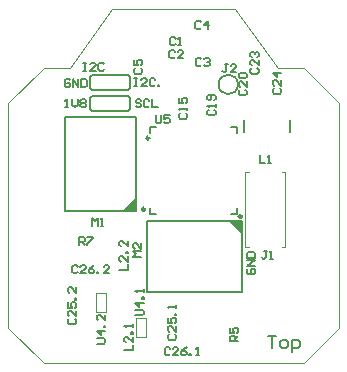
<source format=gto>
G04*
G04 #@! TF.GenerationSoftware,Altium Limited,Altium NEXUS,2.0.14 (187)*
G04*
G04 Layer_Color=65535*
%FSLAX25Y25*%
%MOIN*%
G70*
G01*
G75*
%ADD10C,0.00984*%
%ADD11C,0.00591*%
%ADD12C,0.00394*%
%ADD13C,0.00787*%
%ADD14C,0.00000*%
G36*
X38583Y38878D02*
X42520Y42815D01*
Y38878D01*
X38583D01*
D02*
G37*
G36*
X77756Y31496D02*
X73819Y35433D01*
X77756D01*
Y31496D01*
D02*
G37*
D10*
X47028Y63189D02*
G03*
X47028Y63189I-492J0D01*
G01*
X77862Y37082D02*
G03*
X77862Y37082I-492J0D01*
G01*
X45571Y39469D02*
G03*
X45571Y39469I-492J0D01*
G01*
D11*
X76583Y81102D02*
G03*
X76583Y81102I-3256J0D01*
G01*
X47311Y37862D02*
X49311D01*
X47311D02*
Y39862D01*
X76311Y37862D02*
Y39862D01*
X74311Y37862D02*
X76311D01*
X74311Y66862D02*
X76311D01*
Y64862D02*
Y66862D01*
X47311Y64862D02*
Y66862D01*
X49311D01*
X37496Y72303D02*
X39996D01*
X27296Y73004D02*
Y76603D01*
Y73004D02*
X27997Y72303D01*
X37496D01*
X39996D02*
X40696Y73003D01*
Y76604D01*
X39996Y77304D02*
X40696Y76604D01*
X37797Y77304D02*
X39996D01*
X32995D02*
X37797D01*
X27997D02*
X32995D01*
X27296Y76603D02*
X27997Y77304D01*
X37496Y79193D02*
X39996D01*
X27296Y79894D02*
Y83493D01*
Y79894D02*
X27997Y79193D01*
X37496D01*
X39996D02*
X40696Y79893D01*
Y83494D01*
X39996Y84194D02*
X40696Y83494D01*
X37797Y84194D02*
X39996D01*
X32995D02*
X37797D01*
X27997D02*
X32995D01*
X27296Y83493D02*
X27997Y84194D01*
X44258Y75721D02*
X43799Y76180D01*
X42880D01*
X42421Y75721D01*
Y75262D01*
X42880Y74803D01*
X43799D01*
X44258Y74344D01*
Y73884D01*
X43799Y73425D01*
X42880D01*
X42421Y73884D01*
X47013Y75721D02*
X46554Y76180D01*
X45635D01*
X45176Y75721D01*
Y73884D01*
X45635Y73425D01*
X46554D01*
X47013Y73884D01*
X47931Y76180D02*
Y73425D01*
X49768D01*
X20636Y82512D02*
X20177Y82972D01*
X19258D01*
X18799Y82512D01*
Y80676D01*
X19258Y80216D01*
X20177D01*
X20636Y80676D01*
Y81594D01*
X19717D01*
X21554Y80216D02*
Y82972D01*
X23391Y80216D01*
Y82972D01*
X24309D02*
Y80216D01*
X25687D01*
X26146Y80676D01*
Y82512D01*
X25687Y82972D01*
X24309D01*
X18996Y73425D02*
X19914D01*
X19455D01*
Y76180D01*
X18996Y75721D01*
X21292Y76180D02*
Y74344D01*
X22210Y73425D01*
X23129Y74344D01*
Y76180D01*
X24047Y75721D02*
X24506Y76180D01*
X25424D01*
X25884Y75721D01*
Y75262D01*
X25424Y74803D01*
X25884Y74344D01*
Y73884D01*
X25424Y73425D01*
X24506D01*
X24047Y73884D01*
Y74344D01*
X24506Y74803D01*
X24047Y75262D01*
Y75721D01*
X24506Y74803D02*
X25424D01*
X79988Y19652D02*
X79528Y19193D01*
Y18274D01*
X79988Y17815D01*
X81824D01*
X82284Y18274D01*
Y19193D01*
X81824Y19652D01*
X80906D01*
Y18733D01*
X82284Y20570D02*
X79528D01*
X82284Y22407D01*
X79528D01*
Y23325D02*
X82284D01*
Y24702D01*
X81824Y25162D01*
X79988D01*
X79528Y24702D01*
Y23325D01*
X49173Y70865D02*
Y68569D01*
X49632Y68110D01*
X50551D01*
X51010Y68569D01*
Y70865D01*
X53765D02*
X51928D01*
Y69488D01*
X52847Y69947D01*
X53306D01*
X53765Y69488D01*
Y68569D01*
X53306Y68110D01*
X52387D01*
X51928Y68569D01*
X73160Y87841D02*
X72242D01*
X72701D01*
Y85545D01*
X72242Y85086D01*
X71782D01*
X71323Y85545D01*
X75915Y85086D02*
X74078D01*
X75915Y86923D01*
Y87382D01*
X75456Y87841D01*
X74537D01*
X74078Y87382D01*
X44390Y23622D02*
X41635D01*
X42553Y24540D01*
X41635Y25459D01*
X44390D01*
Y28214D02*
Y26377D01*
X42553Y28214D01*
X42094D01*
X41635Y27755D01*
Y26836D01*
X42094Y26377D01*
X23653Y27559D02*
Y30314D01*
X25030D01*
X25490Y29855D01*
Y28937D01*
X25030Y28477D01*
X23653D01*
X24571D02*
X25490Y27559D01*
X26408Y30314D02*
X28245D01*
Y29855D01*
X26408Y28018D01*
Y27559D01*
X76583Y-4528D02*
X73828D01*
Y-3150D01*
X74287Y-2691D01*
X75205D01*
X75664Y-3150D01*
Y-4528D01*
Y-3609D02*
X76583Y-2691D01*
X73828Y64D02*
Y-1773D01*
X75205D01*
X74746Y-854D01*
Y-395D01*
X75205Y64D01*
X76123D01*
X76583Y-395D01*
Y-1313D01*
X76123Y-1773D01*
X83858Y57499D02*
Y54744D01*
X85695D01*
X86613D02*
X87532D01*
X87072D01*
Y57499D01*
X86613Y57040D01*
X86254Y25728D02*
X85336D01*
X85795D01*
Y23432D01*
X85336Y22973D01*
X84877D01*
X84418Y23432D01*
X87173Y22973D02*
X88091D01*
X87632D01*
Y25728D01*
X87173Y25269D01*
X88679Y79789D02*
X88219Y79330D01*
Y78412D01*
X88679Y77953D01*
X90515D01*
X90974Y78412D01*
Y79330D01*
X90515Y79789D01*
X90974Y82544D02*
Y80708D01*
X89138Y82544D01*
X88679D01*
X88219Y82085D01*
Y81167D01*
X88679Y80708D01*
X90974Y84840D02*
X88219D01*
X89597Y83463D01*
Y85299D01*
X81169Y86482D02*
X80710Y86023D01*
Y85105D01*
X81169Y84646D01*
X83005D01*
X83465Y85105D01*
Y86023D01*
X83005Y86482D01*
X83465Y89237D02*
Y87401D01*
X81628Y89237D01*
X81169D01*
X80710Y88778D01*
Y87860D01*
X81169Y87401D01*
Y90156D02*
X80710Y90615D01*
Y91533D01*
X81169Y91992D01*
X81628D01*
X82087Y91533D01*
Y91074D01*
Y91533D01*
X82546Y91992D01*
X83005D01*
X83465Y91533D01*
Y90615D01*
X83005Y90156D01*
X77232Y79396D02*
X76772Y78937D01*
Y78018D01*
X77232Y77559D01*
X79068D01*
X79528Y78018D01*
Y78937D01*
X79068Y79396D01*
X79528Y82151D02*
Y80314D01*
X77691Y82151D01*
X77232D01*
X76772Y81692D01*
Y80773D01*
X77232Y80314D01*
Y83069D02*
X76772Y83528D01*
Y84447D01*
X77232Y84906D01*
X79068D01*
X79528Y84447D01*
Y83528D01*
X79068Y83069D01*
X77232D01*
X66799Y72604D02*
X66339Y72145D01*
Y71227D01*
X66799Y70768D01*
X68635D01*
X69095Y71227D01*
Y72145D01*
X68635Y72604D01*
X69095Y73523D02*
Y74441D01*
Y73982D01*
X66339D01*
X66799Y73523D01*
X68635Y75819D02*
X69095Y76278D01*
Y77196D01*
X68635Y77655D01*
X66799D01*
X66339Y77196D01*
Y76278D01*
X66799Y75819D01*
X67258D01*
X67717Y76278D01*
Y77655D01*
X57350Y71522D02*
X56891Y71062D01*
Y70144D01*
X57350Y69685D01*
X59187D01*
X59646Y70144D01*
Y71062D01*
X59187Y71522D01*
X59646Y72440D02*
Y73358D01*
Y72899D01*
X56891D01*
X57350Y72440D01*
X56891Y76573D02*
Y74736D01*
X58268D01*
X57809Y75654D01*
Y76113D01*
X58268Y76573D01*
X59187D01*
X59646Y76113D01*
Y75195D01*
X59187Y74736D01*
X42389Y86482D02*
X41930Y86023D01*
Y85105D01*
X42389Y84646D01*
X44226D01*
X44685Y85105D01*
Y86023D01*
X44226Y86482D01*
X41930Y89237D02*
Y87401D01*
X43308D01*
X42848Y88319D01*
Y88778D01*
X43308Y89237D01*
X44226D01*
X44685Y88778D01*
Y87860D01*
X44226Y87401D01*
X64238Y101804D02*
X63779Y102263D01*
X62861D01*
X62402Y101804D01*
Y99967D01*
X62861Y99508D01*
X63779D01*
X64238Y99967D01*
X66534Y99508D02*
Y102263D01*
X65157Y100885D01*
X66993D01*
X64337Y89501D02*
X63877Y89960D01*
X62959D01*
X62500Y89501D01*
Y87664D01*
X62959Y87205D01*
X63877D01*
X64337Y87664D01*
X65255Y89501D02*
X65714Y89960D01*
X66632D01*
X67092Y89501D01*
Y89041D01*
X66632Y88582D01*
X66173D01*
X66632D01*
X67092Y88123D01*
Y87664D01*
X66632Y87205D01*
X65714D01*
X65255Y87664D01*
X55577Y92060D02*
X55118Y92519D01*
X54199D01*
X53740Y92060D01*
Y90223D01*
X54199Y89764D01*
X55118D01*
X55577Y90223D01*
X58332Y89764D02*
X56495D01*
X58332Y91601D01*
Y92060D01*
X57873Y92519D01*
X56954D01*
X56495Y92060D01*
X55774Y96390D02*
X55314Y96850D01*
X54396D01*
X53937Y96390D01*
Y94554D01*
X54396Y94095D01*
X55314D01*
X55774Y94554D01*
X56692Y94095D02*
X57610D01*
X57151D01*
Y96850D01*
X56692Y96390D01*
X53641Y-2199D02*
X53182Y-2658D01*
Y-3576D01*
X53641Y-4035D01*
X55478D01*
X55937Y-3576D01*
Y-2658D01*
X55478Y-2199D01*
X55937Y556D02*
Y-1280D01*
X54100Y556D01*
X53641D01*
X53182Y97D01*
Y-821D01*
X53641Y-1280D01*
X53182Y3311D02*
Y1475D01*
X54559D01*
X54100Y2393D01*
Y2852D01*
X54559Y3311D01*
X55478D01*
X55937Y2852D01*
Y1934D01*
X55478Y1475D01*
X55937Y4230D02*
X55478D01*
Y4689D01*
X55937D01*
Y4230D01*
Y6526D02*
Y7444D01*
Y6985D01*
X53182D01*
X53641Y6526D01*
X53920Y-6956D02*
X53460Y-6497D01*
X52542D01*
X52083Y-6956D01*
Y-8793D01*
X52542Y-9252D01*
X53460D01*
X53920Y-8793D01*
X56675Y-9252D02*
X54838D01*
X56675Y-7415D01*
Y-6956D01*
X56215Y-6497D01*
X55297D01*
X54838Y-6956D01*
X59430Y-6497D02*
X58511Y-6956D01*
X57593Y-7875D01*
Y-8793D01*
X58052Y-9252D01*
X58970D01*
X59430Y-8793D01*
Y-8334D01*
X58970Y-7875D01*
X57593D01*
X60348Y-9252D02*
Y-8793D01*
X60807D01*
Y-9252D01*
X60348D01*
X62644D02*
X63562D01*
X63103D01*
Y-6497D01*
X62644Y-6956D01*
X20361Y2919D02*
X19902Y2460D01*
Y1542D01*
X20361Y1083D01*
X22197D01*
X22657Y1542D01*
Y2460D01*
X22197Y2919D01*
X22657Y5674D02*
Y3838D01*
X20820Y5674D01*
X20361D01*
X19902Y5215D01*
Y4297D01*
X20361Y3838D01*
X19902Y8429D02*
Y6593D01*
X21279D01*
X20820Y7511D01*
Y7970D01*
X21279Y8429D01*
X22197D01*
X22657Y7970D01*
Y7052D01*
X22197Y6593D01*
X22657Y9348D02*
X22197D01*
Y9807D01*
X22657D01*
Y9348D01*
Y13480D02*
Y11644D01*
X20820Y13480D01*
X20361D01*
X19902Y13021D01*
Y12103D01*
X20361Y11644D01*
X23156Y20386D02*
X22696Y20846D01*
X21778D01*
X21319Y20386D01*
Y18550D01*
X21778Y18091D01*
X22696D01*
X23156Y18550D01*
X25911Y18091D02*
X24074D01*
X25911Y19927D01*
Y20386D01*
X25451Y20846D01*
X24533D01*
X24074Y20386D01*
X28666Y20846D02*
X27747Y20386D01*
X26829Y19468D01*
Y18550D01*
X27288Y18091D01*
X28207D01*
X28666Y18550D01*
Y19009D01*
X28207Y19468D01*
X26829D01*
X29584Y18091D02*
Y18550D01*
X30043D01*
Y18091D01*
X29584D01*
X33716D02*
X31880D01*
X33716Y19927D01*
Y20386D01*
X33257Y20846D01*
X32339D01*
X31880Y20386D01*
X38729Y-7552D02*
X41484D01*
Y-5715D01*
Y-2960D02*
Y-4797D01*
X39648Y-2960D01*
X39188D01*
X38729Y-3420D01*
Y-4338D01*
X39188Y-4797D01*
X41484Y-2042D02*
X41025D01*
Y-1583D01*
X41484D01*
Y-2042D01*
Y254D02*
Y1172D01*
Y713D01*
X38729D01*
X39188Y254D01*
X37009Y19291D02*
X39764D01*
Y21128D01*
Y23883D02*
Y22046D01*
X37927Y23883D01*
X37468D01*
X37009Y23424D01*
Y22505D01*
X37468Y22046D01*
X39764Y24801D02*
X39305D01*
Y25261D01*
X39764D01*
Y24801D01*
Y28934D02*
Y27097D01*
X37927Y28934D01*
X37468D01*
X37009Y28475D01*
Y27556D01*
X37468Y27097D01*
X42340Y4134D02*
X44636D01*
X45095Y4593D01*
Y5511D01*
X44636Y5971D01*
X42340D01*
X45095Y8266D02*
X42340D01*
X43717Y6889D01*
Y8726D01*
X45095Y9644D02*
X44636D01*
Y10103D01*
X45095D01*
Y9644D01*
Y11940D02*
Y12858D01*
Y12399D01*
X42340D01*
X42799Y11940D01*
X29528Y-5315D02*
X31824D01*
X32283Y-4856D01*
Y-3937D01*
X31824Y-3478D01*
X29528D01*
X32283Y-1182D02*
X29528D01*
X30906Y-2560D01*
Y-723D01*
X32283Y195D02*
X31824D01*
Y654D01*
X32283D01*
Y195D01*
Y4328D02*
Y2491D01*
X30447Y4328D01*
X29988D01*
X29528Y3868D01*
Y2950D01*
X29988Y2491D01*
X28051Y33858D02*
Y36613D01*
X28969Y35695D01*
X29888Y36613D01*
Y33858D01*
X30806D02*
X31725D01*
X31265D01*
Y36613D01*
X30806Y36154D01*
X42048Y83168D02*
X42967D01*
X42508D01*
Y80413D01*
X42048D01*
X42967D01*
X46181D02*
X44344D01*
X46181Y82250D01*
Y82709D01*
X45722Y83168D01*
X44804D01*
X44344Y82709D01*
X48936D02*
X48477Y83168D01*
X47559D01*
X47099Y82709D01*
Y80873D01*
X47559Y80413D01*
X48477D01*
X48936Y80873D01*
X49854Y80413D02*
Y80873D01*
X50314D01*
Y80413D01*
X49854D01*
X25013Y88385D02*
X25931D01*
X25472D01*
Y85630D01*
X25013D01*
X25931D01*
X29146D02*
X27309D01*
X29146Y87467D01*
Y87926D01*
X28686Y88385D01*
X27768D01*
X27309Y87926D01*
X31901D02*
X31441Y88385D01*
X30523D01*
X30064Y87926D01*
Y86089D01*
X30523Y85630D01*
X31441D01*
X31901Y86089D01*
D12*
X32441Y5394D02*
Y11693D01*
X29291Y5394D02*
Y11693D01*
X32441D01*
X29291Y5394D02*
X32441D01*
X42733Y-2953D02*
Y3347D01*
X45882Y-2953D02*
Y3347D01*
X42733Y-2953D02*
X45882D01*
X42733Y3347D02*
X45882D01*
X78997Y26967D02*
X80189D01*
X91191D02*
X92383D01*
X91191Y51967D02*
X92383D01*
X78997Y26967D02*
Y51967D01*
X92383Y26967D02*
Y51967D01*
X78997D02*
X80189D01*
D13*
X78533Y65354D02*
Y69291D01*
X93895Y65354D02*
Y69291D01*
X46260Y11811D02*
Y35433D01*
X77756Y11811D02*
Y35433D01*
X46260Y11811D02*
X77756D01*
X46260Y35433D02*
X77756D01*
X73819D02*
X77756Y31496D01*
X18898Y70374D02*
X42520D01*
X18898Y38878D02*
X42520D01*
X18898D02*
Y70374D01*
X42520Y38878D02*
Y70374D01*
X38583Y38878D02*
X42520Y42815D01*
X86713Y-2757D02*
X89336D01*
X88024D01*
Y-6693D01*
X91304D02*
X92616D01*
X93272Y-6037D01*
Y-4725D01*
X92616Y-4069D01*
X91304D01*
X90648Y-4725D01*
Y-6037D01*
X91304Y-6693D01*
X94584Y-8005D02*
Y-4069D01*
X96552D01*
X97208Y-4725D01*
Y-6037D01*
X96552Y-6693D01*
X94584D01*
D14*
X34589Y106299D02*
X75500D01*
X89854Y86614D01*
X98425Y86614D01*
X110236Y74803D01*
Y0D02*
Y74803D01*
X98425Y-11811D02*
X110236Y0D01*
X11811Y-11811D02*
X98425Y-11811D01*
X0Y0D02*
X11811Y-11811D01*
X0Y0D02*
Y74803D01*
X11811Y86614D01*
X20529D01*
X34589Y106299D01*
M02*

</source>
